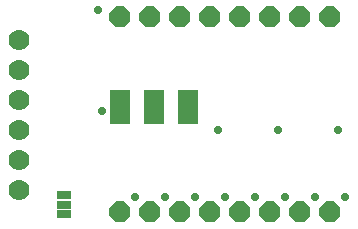
<source format=gbr>
G04 EAGLE Gerber RS-274X export*
G75*
%MOMM*%
%FSLAX34Y34*%
%LPD*%
%INSoldermask Bottom*%
%IPPOS*%
%AMOC8*
5,1,8,0,0,1.08239X$1,22.5*%
G01*
%ADD10C,1.778000*%
%ADD11R,1.651000X2.921000*%
%ADD12R,1.270000X0.635000*%
%ADD13P,1.924489X8X112.500000*%
%ADD14C,0.732600*%


D10*
X12700Y158750D03*
X12700Y133350D03*
X12700Y107950D03*
X12700Y82550D03*
X12700Y57150D03*
X12700Y31750D03*
D11*
X98425Y101600D03*
X127000Y101600D03*
X155575Y101600D03*
D12*
X50800Y10922D03*
X50800Y19050D03*
X50800Y27178D03*
D13*
X98425Y12700D03*
X123825Y12700D03*
X149225Y12700D03*
X174625Y12700D03*
X200025Y12700D03*
X225425Y12700D03*
X250825Y12700D03*
X276225Y12700D03*
X98425Y177800D03*
X123825Y177800D03*
X149225Y177800D03*
X174625Y177800D03*
X200025Y177800D03*
X225425Y177800D03*
X250825Y177800D03*
X276225Y177800D03*
D14*
X82550Y98425D03*
X111125Y25400D03*
X136525Y25400D03*
X161925Y25400D03*
X187325Y25400D03*
X212725Y25400D03*
X238125Y25400D03*
X263525Y25400D03*
X288925Y25400D03*
X79375Y184150D03*
X231775Y82550D03*
X180975Y82550D03*
X282575Y82550D03*
M02*

</source>
